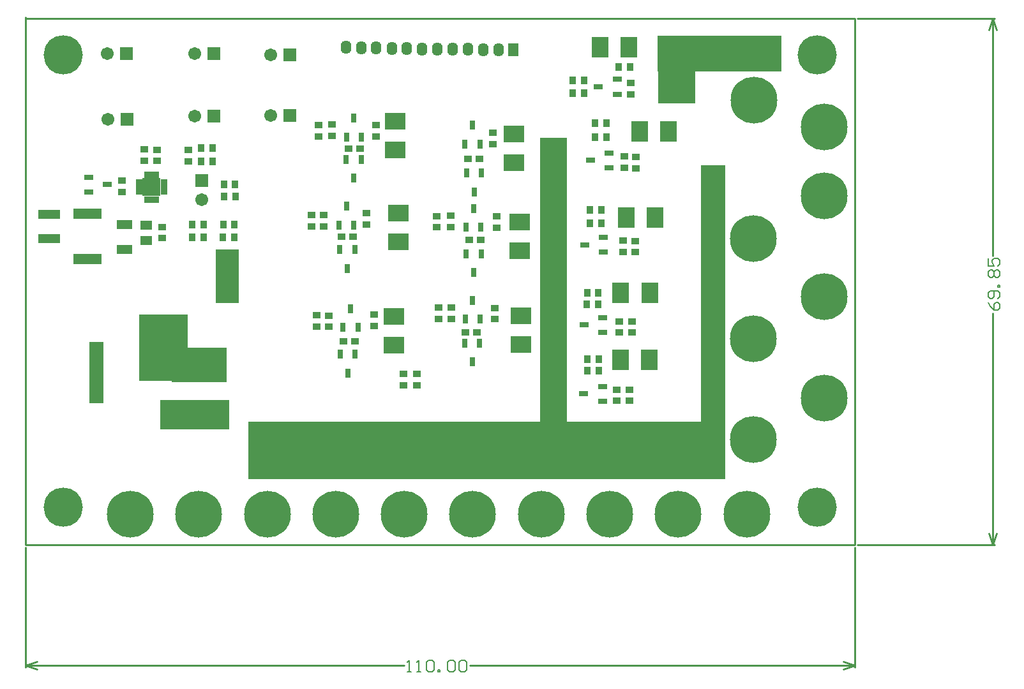
<source format=gts>
%FSLAX25Y25*%
%MOIN*%
G70*
G01*
G75*
G04 Layer_Color=8388736*
%ADD10C,0.01000*%
%ADD11C,0.00800*%
%ADD12C,0.02000*%
%ADD13C,0.01500*%
%ADD14R,0.07874X0.09843*%
%ADD15R,0.03937X0.02362*%
%ADD16R,0.02756X0.03347*%
%ADD17R,0.03347X0.02756*%
%ADD18R,0.02362X0.03937*%
%ADD19R,0.09843X0.07874*%
%ADD20R,0.03150X0.03000*%
%ADD21R,0.01102X0.02618*%
%ADD22R,0.02618X0.01102*%
%ADD23R,0.08425X0.08425*%
%ADD24R,0.05118X0.03937*%
%ADD25R,0.07087X0.03937*%
%ADD26R,0.13780X0.04724*%
%ADD27R,0.10630X0.03937*%
%ADD28C,0.04000*%
%ADD29R,0.10400X0.19500*%
%ADD30R,0.29800X0.09500*%
%ADD31R,0.09700X0.12600*%
%ADD32R,0.21700X0.08200*%
%ADD33R,0.14400X0.15700*%
%ADD34R,0.31850X0.07800*%
%ADD35R,0.22100X0.07800*%
%ADD36R,0.09250X0.32500*%
%ADD37R,0.35100X0.09500*%
%ADD38R,0.13950X0.24700*%
%ADD39R,0.15400X0.30700*%
%ADD40R,0.11100X0.37200*%
%ADD41R,0.43600X0.19500*%
%ADD42R,0.55200X0.21700*%
%ADD43R,0.28700X0.30200*%
%ADD44R,0.23100X0.37800*%
%ADD45R,0.46700X0.47800*%
%ADD46R,0.48000X1.67000*%
%ADD47R,0.40000X0.63500*%
%ADD48R,2.47000X0.34000*%
%ADD49R,0.27000X0.39600*%
%ADD50R,0.32000X0.43000*%
%ADD51R,0.28000X0.46000*%
%ADD52C,0.00600*%
%ADD53C,0.05906*%
%ADD54R,0.05906X0.05906*%
%ADD55R,0.04724X0.06299*%
%ADD56O,0.04724X0.06299*%
%ADD57C,0.23622*%
%ADD58R,0.05906X0.05906*%
%ADD59C,0.19685*%
%ADD60C,0.03000*%
%ADD61C,0.02000*%
%ADD62C,0.05500*%
%ADD63R,0.03000X0.04000*%
%ADD64R,0.04000X0.03000*%
%ADD65R,0.04331X0.04724*%
%ADD66R,0.12992X0.09843*%
%ADD67R,0.03543X0.02126*%
%ADD68R,0.01969X0.06299*%
%ADD69R,0.14410X0.07874*%
%ADD70R,0.14410X0.09843*%
%ADD71R,0.05118X0.13780*%
%ADD72R,0.04724X0.13780*%
%ADD73R,0.13386X0.19291*%
%ADD74R,0.05512X0.05512*%
%ADD75R,0.09843X0.14410*%
%ADD76R,0.07874X0.14410*%
%ADD77R,0.06299X0.01969*%
%ADD78R,0.02126X0.03543*%
%ADD79R,0.14016X0.07008*%
%ADD80R,0.23900X0.07400*%
%ADD81R,0.06600X0.29900*%
%ADD82R,0.31161X0.10375*%
%ADD83R,0.10100X0.35200*%
%ADD84R,0.32275X0.09409*%
%ADD85R,0.13400X0.33200*%
%ADD86R,0.09200X0.34200*%
%ADD87R,0.31475X0.09309*%
%ADD88R,0.36300X0.11700*%
%ADD89R,0.07800X0.28400*%
%ADD90R,0.34500X0.09900*%
%ADD91R,0.06800X0.25700*%
%ADD92R,0.33050X0.09400*%
%ADD93R,0.08800X0.24200*%
%ADD94R,0.35000X0.11700*%
%ADD95R,0.13000X0.24000*%
%ADD96R,0.32000X2.10000*%
%ADD97R,0.15000X0.04000*%
%ADD98R,0.15000X0.03000*%
%ADD99R,0.65000X0.49000*%
%ADD100R,0.10000X0.48000*%
%ADD101R,0.85000X0.08000*%
%ADD102R,0.38000X0.18000*%
%ADD103R,0.16000X0.49000*%
%ADD104R,0.32000X0.47000*%
%ADD105R,0.03000X0.08000*%
%ADD106C,0.00500*%
%ADD107C,0.00591*%
%ADD108C,0.00787*%
%ADD109R,0.11900X0.28100*%
%ADD110R,0.28600X0.18100*%
%ADD111R,0.25200X0.35000*%
%ADD112R,0.07300X0.32200*%
%ADD113R,0.36300X0.15600*%
%ADD114R,0.19800X0.35200*%
%ADD115R,0.64900X0.18900*%
%ADD116R,0.13100X1.63900*%
%ADD117R,2.36600X0.30300*%
%ADD118R,0.14400X1.76600*%
%ADD119R,0.08674X0.10642*%
%ADD120R,0.04737X0.03162*%
%ADD121R,0.03556X0.04147*%
%ADD122R,0.04147X0.03556*%
%ADD123R,0.03162X0.04737*%
%ADD124R,0.10642X0.08674*%
%ADD125R,0.03950X0.03800*%
%ADD126R,0.01902X0.03418*%
%ADD127R,0.03418X0.01902*%
%ADD128R,0.09225X0.09225*%
%ADD129R,0.05918X0.04737*%
%ADD130R,0.07887X0.04737*%
%ADD131R,0.14579X0.05524*%
%ADD132R,0.11430X0.04737*%
%ADD133C,0.06706*%
%ADD134R,0.06706X0.06706*%
%ADD135R,0.05524X0.07099*%
%ADD136O,0.05524X0.07099*%
%ADD137C,0.24422*%
%ADD138R,0.06706X0.06706*%
%ADD139C,0.20485*%
D10*
X433071Y-64000D02*
Y-1500D01*
X0Y-64000D02*
Y-1500D01*
X232030Y-63000D02*
X433071D01*
X0D02*
X197840D01*
X427071Y-61000D02*
X433071Y-63000D01*
X427071Y-65000D02*
X433071Y-63000D01*
X0D02*
X6000Y-65000D01*
X0Y-63000D02*
X6000Y-61000D01*
X434571Y0D02*
X506000D01*
X434571Y275000D02*
X506000D01*
X505000Y0D02*
Y120804D01*
Y150996D02*
Y275000D01*
Y0D02*
X507000Y6000D01*
X503000D02*
X505000Y0D01*
X503000Y269000D02*
X505000Y275000D01*
X507000Y269000D01*
X433071Y0D02*
Y275000D01*
X0Y0D02*
X433071D01*
X0Y275000D02*
X433071D01*
X0Y0D02*
Y275590D01*
D52*
X199441Y-66599D02*
X201440D01*
X200440D01*
Y-60601D01*
X199441Y-61601D01*
X204439Y-66599D02*
X206438D01*
X205438D01*
Y-60601D01*
X204439Y-61601D01*
X209437D02*
X210437Y-60601D01*
X212436D01*
X213436Y-61601D01*
Y-65599D01*
X212436Y-66599D01*
X210437D01*
X209437Y-65599D01*
Y-61601D01*
X215435Y-66599D02*
Y-65599D01*
X216435D01*
Y-66599D01*
X215435D01*
X220434Y-61601D02*
X221433Y-60601D01*
X223433D01*
X224432Y-61601D01*
Y-65599D01*
X223433Y-66599D01*
X221433D01*
X220434Y-65599D01*
Y-61601D01*
X226432D02*
X227431Y-60601D01*
X229431D01*
X230430Y-61601D01*
Y-65599D01*
X229431Y-66599D01*
X227431D01*
X226432Y-65599D01*
Y-61601D01*
X502601Y126403D02*
X503601Y124404D01*
X505600Y122404D01*
X507599D01*
X508599Y123404D01*
Y125403D01*
X507599Y126403D01*
X506600D01*
X505600Y125403D01*
Y122404D01*
X507599Y128402D02*
X508599Y129402D01*
Y131401D01*
X507599Y132401D01*
X503601D01*
X502601Y131401D01*
Y129402D01*
X503601Y128402D01*
X504600D01*
X505600Y129402D01*
Y132401D01*
X508599Y134400D02*
X507599D01*
Y135400D01*
X508599D01*
Y134400D01*
X503601Y139399D02*
X502601Y140399D01*
Y142398D01*
X503601Y143398D01*
X504600D01*
X505600Y142398D01*
X506600Y143398D01*
X507599D01*
X508599Y142398D01*
Y140399D01*
X507599Y139399D01*
X506600D01*
X505600Y140399D01*
X504600Y139399D01*
X503601D01*
X505600Y140399D02*
Y142398D01*
X502601Y149396D02*
Y145397D01*
X505600D01*
X504600Y147396D01*
Y148396D01*
X505600Y149396D01*
X507599D01*
X508599Y148396D01*
Y146397D01*
X507599Y145397D01*
D109*
X105350Y140050D02*
D03*
D110*
X90700Y93950D02*
D03*
D111*
X72000Y102900D02*
D03*
D112*
X37250Y89700D02*
D03*
D113*
X88550Y67700D02*
D03*
D114*
X340000Y248300D02*
D03*
D115*
X362550Y256450D02*
D03*
D116*
X358950Y116150D02*
D03*
D117*
X234800Y49150D02*
D03*
D118*
X275800Y124200D02*
D03*
D119*
X315139Y259900D02*
D03*
X300061D02*
D03*
X320661Y216000D02*
D03*
X335739D02*
D03*
X313661Y170900D02*
D03*
X328739D02*
D03*
X310861Y131600D02*
D03*
X325939D02*
D03*
X310761Y96400D02*
D03*
X325839D02*
D03*
D120*
X309100Y235200D02*
D03*
X299257Y239137D02*
D03*
X309100Y243074D02*
D03*
X304800Y196800D02*
D03*
X294957Y200737D02*
D03*
X304800Y204674D02*
D03*
X301900Y152700D02*
D03*
X292057Y156637D02*
D03*
X301900Y160574D02*
D03*
X301500Y110800D02*
D03*
X291657Y114737D02*
D03*
X301500Y118674D02*
D03*
X301300Y74800D02*
D03*
X291458Y78737D02*
D03*
X301300Y82674D02*
D03*
X33035Y184126D02*
D03*
X42877Y188063D02*
D03*
X33035Y192000D02*
D03*
D121*
X309794Y249500D02*
D03*
X315700D02*
D03*
X285894Y242600D02*
D03*
X291800D02*
D03*
X285695Y235900D02*
D03*
X291600D02*
D03*
X303306Y220200D02*
D03*
X297400D02*
D03*
X303405Y212900D02*
D03*
X297500D02*
D03*
X300606Y175000D02*
D03*
X294700D02*
D03*
X300706Y167800D02*
D03*
X294800D02*
D03*
X299205Y131600D02*
D03*
X293300D02*
D03*
X299106Y125600D02*
D03*
X293200D02*
D03*
X299306Y96800D02*
D03*
X293400D02*
D03*
X299306Y90700D02*
D03*
X293400D02*
D03*
X97606Y200165D02*
D03*
X91700D02*
D03*
X91694Y207100D02*
D03*
X97600D02*
D03*
X109511Y188300D02*
D03*
X103605D02*
D03*
X103700Y182000D02*
D03*
X109606D02*
D03*
X109205Y167200D02*
D03*
X103300D02*
D03*
X109150Y160522D02*
D03*
X103245D02*
D03*
X87239D02*
D03*
X93145D02*
D03*
X92945Y167122D02*
D03*
X87039D02*
D03*
D122*
X316000Y241106D02*
D03*
Y235200D02*
D03*
X312700Y202706D02*
D03*
Y196800D02*
D03*
X318800Y196595D02*
D03*
Y202500D02*
D03*
X318400Y152694D02*
D03*
Y158600D02*
D03*
X312000Y158806D02*
D03*
Y152900D02*
D03*
X316800Y110695D02*
D03*
Y116600D02*
D03*
X310000Y116605D02*
D03*
Y110700D02*
D03*
X315500Y75094D02*
D03*
Y81000D02*
D03*
X308900Y81006D02*
D03*
Y75100D02*
D03*
X244000Y215106D02*
D03*
Y209200D02*
D03*
X246100Y171505D02*
D03*
Y165600D02*
D03*
X222200Y171705D02*
D03*
Y165800D02*
D03*
X214900Y165694D02*
D03*
Y171600D02*
D03*
X245000Y123606D02*
D03*
Y117700D02*
D03*
X222400Y117795D02*
D03*
Y123700D02*
D03*
X215800Y123705D02*
D03*
Y117800D02*
D03*
X204500Y89100D02*
D03*
Y83195D02*
D03*
X197500Y89100D02*
D03*
Y83195D02*
D03*
X182000Y120106D02*
D03*
Y114200D02*
D03*
X158400Y119606D02*
D03*
Y113700D02*
D03*
X152000Y113795D02*
D03*
Y119700D02*
D03*
X178200Y173205D02*
D03*
Y167300D02*
D03*
X155835Y166126D02*
D03*
Y172031D02*
D03*
X149435Y172137D02*
D03*
Y166232D02*
D03*
X183200Y219106D02*
D03*
Y213200D02*
D03*
X160000Y213600D02*
D03*
Y219506D02*
D03*
X153000Y213295D02*
D03*
Y219200D02*
D03*
X62200Y200600D02*
D03*
Y206505D02*
D03*
X68800Y206300D02*
D03*
Y200395D02*
D03*
X85000Y200200D02*
D03*
Y206105D02*
D03*
X50300Y190100D02*
D03*
Y184195D02*
D03*
X71400Y160094D02*
D03*
Y166000D02*
D03*
D123*
X229500Y209200D02*
D03*
X233437Y219042D02*
D03*
X237374Y209200D02*
D03*
X238200Y194100D02*
D03*
X234263Y184257D02*
D03*
X230326Y194100D02*
D03*
X230000Y165700D02*
D03*
X233937Y175542D02*
D03*
X237874Y165700D02*
D03*
X238100Y151900D02*
D03*
X234163Y142058D02*
D03*
X230226Y151900D02*
D03*
X237200Y105200D02*
D03*
X233263Y95358D02*
D03*
X229326Y105200D02*
D03*
X229600Y117700D02*
D03*
X233537Y127542D02*
D03*
X237474Y117700D02*
D03*
X165800Y113500D02*
D03*
X169737Y123343D02*
D03*
X173674Y113500D02*
D03*
X172200Y99500D02*
D03*
X168263Y89657D02*
D03*
X164326Y99500D02*
D03*
X163700Y167000D02*
D03*
X167637Y176842D02*
D03*
X171574Y167000D02*
D03*
X172000Y154100D02*
D03*
X168063Y144257D02*
D03*
X164126Y154100D02*
D03*
X175400Y201300D02*
D03*
X171463Y191457D02*
D03*
X167526Y201300D02*
D03*
X175474Y212900D02*
D03*
X171537Y222743D02*
D03*
X167600Y212900D02*
D03*
D124*
X255000Y199361D02*
D03*
Y214439D02*
D03*
X258200Y153561D02*
D03*
Y168639D02*
D03*
X258600Y104561D02*
D03*
Y119639D02*
D03*
X192500Y104161D02*
D03*
Y119239D02*
D03*
X194900Y158261D02*
D03*
Y173339D02*
D03*
X193200Y221139D02*
D03*
Y206061D02*
D03*
D125*
X237100Y201500D02*
D03*
X231100D02*
D03*
X237900Y159200D02*
D03*
X231900D02*
D03*
X235900Y110900D02*
D03*
X229900D02*
D03*
X172000Y106100D02*
D03*
X166000D02*
D03*
X171200Y161000D02*
D03*
X165200D02*
D03*
X168800Y207000D02*
D03*
X174800D02*
D03*
D126*
X62947Y180274D02*
D03*
X64916D02*
D03*
X66884D02*
D03*
X68853D02*
D03*
Y193326D02*
D03*
X66884D02*
D03*
X64916D02*
D03*
X62947D02*
D03*
D127*
X72426Y183847D02*
D03*
Y185816D02*
D03*
Y187784D02*
D03*
Y189753D02*
D03*
X59374D02*
D03*
Y187784D02*
D03*
Y185816D02*
D03*
Y183847D02*
D03*
D128*
X65900Y186800D02*
D03*
D129*
X63100Y158926D02*
D03*
Y166800D02*
D03*
D130*
X51900Y154300D02*
D03*
Y167095D02*
D03*
D131*
X32300Y149100D02*
D03*
Y172722D02*
D03*
D132*
X12400Y159805D02*
D03*
Y172600D02*
D03*
D133*
X42900Y256500D02*
D03*
X43000Y222300D02*
D03*
X88500Y256400D02*
D03*
X88400Y223900D02*
D03*
X128100Y255800D02*
D03*
Y224200D02*
D03*
X92000Y180100D02*
D03*
D134*
X52900Y256500D02*
D03*
X53000Y222300D02*
D03*
X98500Y256400D02*
D03*
X98400Y223900D02*
D03*
X138100Y255800D02*
D03*
Y224200D02*
D03*
D135*
X254900Y258400D02*
D03*
D136*
X247026D02*
D03*
X239152D02*
D03*
X231081Y258700D02*
D03*
X215136Y259000D02*
D03*
X223207Y258700D02*
D03*
X191317Y259300D02*
D03*
X183247Y259600D02*
D03*
X199191Y259300D02*
D03*
X207262Y259000D02*
D03*
X167302Y259900D02*
D03*
X175372Y259600D02*
D03*
D137*
X54800Y15900D02*
D03*
X90556D02*
D03*
X126311D02*
D03*
X162067D02*
D03*
X197822D02*
D03*
X233578D02*
D03*
X269333D02*
D03*
X305089D02*
D03*
X340844D02*
D03*
X376600D02*
D03*
X380400Y232200D02*
D03*
X380100Y55000D02*
D03*
Y159867D02*
D03*
X417000Y76500D02*
D03*
Y182300D02*
D03*
X380100Y107433D02*
D03*
X417000Y129400D02*
D03*
Y218300D02*
D03*
D138*
X92000Y190100D02*
D03*
D139*
X413386Y19685D02*
D03*
Y255906D02*
D03*
X19685D02*
D03*
Y19685D02*
D03*
M02*

</source>
